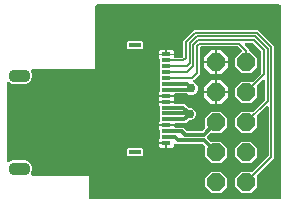
<source format=gbr>
G04 EAGLE Gerber RS-274X export*
G75*
%MOMM*%
%FSLAX34Y34*%
%LPD*%
%INTop Copper*%
%IPPOS*%
%AMOC8*
5,1,8,0,0,1.08239X$1,22.5*%
G01*
G04 Define Apertures*
%ADD10P,1.64956X8X112.5*%
%ADD11R,0.762000X0.304800*%
%ADD12R,1.041400X0.355600*%
%ADD13C,1.117600*%
%ADD14C,0.756400*%
%ADD15C,0.152400*%
%ADD16C,0.304800*%
G36*
X241410Y-64879D02*
X241911Y-64536D01*
X242238Y-64025D01*
X242340Y-63476D01*
X242340Y-55493D01*
X242384Y-55386D01*
X242500Y-54803D01*
X242500Y54803D01*
X242384Y55386D01*
X242340Y55493D01*
X242340Y64507D01*
X242384Y64614D01*
X242500Y65197D01*
X242500Y98316D01*
X242379Y98910D01*
X242036Y99411D01*
X241525Y99738D01*
X240976Y99840D01*
X86524Y99840D01*
X85930Y99719D01*
X85429Y99376D01*
X85102Y98865D01*
X85000Y98316D01*
X85000Y45074D01*
X84994Y45014D01*
X84992Y45009D01*
X84913Y45000D01*
X32009Y45000D01*
X31415Y44879D01*
X30914Y44536D01*
X30587Y44025D01*
X30486Y43427D01*
X30601Y42893D01*
X31369Y41039D01*
X31369Y38209D01*
X30286Y35595D01*
X28286Y33595D01*
X25672Y32512D01*
X22603Y32512D01*
X22460Y32540D01*
X22323Y32512D01*
X19017Y32512D01*
X18904Y32534D01*
X18796Y32512D01*
X15730Y32512D01*
X13116Y33595D01*
X12762Y33949D01*
X12256Y34284D01*
X11660Y34396D01*
X11067Y34266D01*
X10573Y33915D01*
X10254Y33399D01*
X10160Y32872D01*
X10160Y-32364D01*
X10281Y-32958D01*
X10624Y-33459D01*
X11135Y-33785D01*
X11733Y-33887D01*
X12323Y-33747D01*
X12762Y-33441D01*
X13116Y-33087D01*
X15730Y-32004D01*
X18815Y-32004D01*
X18928Y-32026D01*
X19036Y-32004D01*
X22341Y-32004D01*
X22484Y-32032D01*
X22621Y-32004D01*
X25672Y-32004D01*
X28286Y-33087D01*
X30286Y-35087D01*
X31369Y-37701D01*
X31369Y-40531D01*
X30391Y-42893D01*
X30275Y-43488D01*
X30400Y-44082D01*
X30747Y-44579D01*
X31261Y-44902D01*
X31799Y-45000D01*
X79926Y-45000D01*
X79986Y-45006D01*
X79991Y-45008D01*
X80000Y-45087D01*
X80000Y-63427D01*
X80092Y-63949D01*
X80110Y-63997D01*
X80426Y-64515D01*
X80920Y-64867D01*
X81542Y-65000D01*
X240816Y-65000D01*
X241410Y-64879D01*
G37*
%LPC*%
G36*
X208912Y-59944D02*
X203556Y-54588D01*
X203556Y-47012D01*
X208912Y-41656D01*
X216496Y-41656D01*
X216977Y-41975D01*
X217574Y-42086D01*
X218166Y-41956D01*
X218627Y-41640D01*
X231364Y-28903D01*
X231699Y-28398D01*
X231810Y-27826D01*
X231810Y12198D01*
X231689Y12792D01*
X231346Y13293D01*
X230835Y13619D01*
X230237Y13721D01*
X229647Y13581D01*
X229208Y13275D01*
X221860Y5927D01*
X221525Y5421D01*
X221414Y4825D01*
X221544Y4233D01*
X221844Y3795D01*
X221844Y-3788D01*
X216488Y-9144D01*
X208912Y-9144D01*
X203556Y-3788D01*
X203556Y3788D01*
X208912Y9144D01*
X216496Y9144D01*
X216977Y8825D01*
X217574Y8714D01*
X218166Y8844D01*
X218627Y9160D01*
X228316Y18849D01*
X228651Y19354D01*
X228762Y19926D01*
X228762Y34550D01*
X228641Y35144D01*
X228298Y35645D01*
X227787Y35971D01*
X227189Y36073D01*
X226599Y35933D01*
X226160Y35627D01*
X221860Y31327D01*
X221525Y30821D01*
X221414Y30225D01*
X221544Y29633D01*
X221844Y29195D01*
X221844Y21612D01*
X216488Y16256D01*
X208912Y16256D01*
X203556Y21612D01*
X203556Y29188D01*
X208912Y34544D01*
X216496Y34544D01*
X216977Y34225D01*
X217574Y34114D01*
X218166Y34244D01*
X218627Y34560D01*
X225268Y41201D01*
X225603Y41706D01*
X225714Y42278D01*
X225714Y59422D01*
X225593Y60016D01*
X225268Y60499D01*
X218714Y67053D01*
X218208Y67388D01*
X217636Y67499D01*
X212913Y67499D01*
X212318Y67379D01*
X211818Y67036D01*
X211491Y66525D01*
X211390Y65927D01*
X211529Y65337D01*
X211835Y64898D01*
X214986Y61747D01*
X214986Y61468D01*
X215107Y60874D01*
X215450Y60373D01*
X215961Y60046D01*
X216482Y59949D01*
X221844Y54588D01*
X221844Y47012D01*
X216488Y41656D01*
X208912Y41656D01*
X203556Y47012D01*
X203556Y54588D01*
X208540Y59572D01*
X208875Y60077D01*
X208986Y60674D01*
X208856Y61266D01*
X208540Y61727D01*
X206262Y64005D01*
X205756Y64340D01*
X205184Y64451D01*
X174858Y64451D01*
X174264Y64331D01*
X173763Y63988D01*
X173436Y63477D01*
X173334Y62927D01*
X173334Y41101D01*
X168183Y35950D01*
X167848Y35444D01*
X167736Y34848D01*
X167867Y34255D01*
X168217Y33761D01*
X168677Y33464D01*
X169296Y33207D01*
X170789Y31715D01*
X171597Y29765D01*
X171597Y27654D01*
X170789Y25704D01*
X169296Y24211D01*
X167346Y23403D01*
X165235Y23403D01*
X163006Y24327D01*
X162985Y24341D01*
X162413Y24452D01*
X152908Y24452D01*
X152314Y24331D01*
X151813Y23988D01*
X151486Y23477D01*
X151446Y23262D01*
X138684Y23262D01*
X138684Y25076D01*
X139254Y25646D01*
X139589Y26151D01*
X139700Y26723D01*
X139700Y53277D01*
X139579Y53871D01*
X139254Y54354D01*
X138684Y54924D01*
X138684Y56738D01*
X151384Y56738D01*
X151384Y56310D01*
X151505Y55716D01*
X151848Y55215D01*
X152359Y54888D01*
X152908Y54786D01*
X158023Y54786D01*
X158617Y54907D01*
X159100Y55232D01*
X159172Y55304D01*
X159507Y55809D01*
X159618Y56381D01*
X159618Y69292D01*
X168612Y78286D01*
X222947Y78286D01*
X236382Y64851D01*
X236382Y-30351D01*
X234597Y-32136D01*
X221860Y-44873D01*
X221525Y-45379D01*
X221414Y-45975D01*
X221544Y-46567D01*
X221844Y-47005D01*
X221844Y-54588D01*
X216488Y-59944D01*
X208912Y-59944D01*
G37*
G36*
X112696Y62098D02*
X111803Y62991D01*
X111803Y67809D01*
X112696Y68702D01*
X124372Y68702D01*
X125265Y67809D01*
X125265Y62991D01*
X124372Y62098D01*
X112696Y62098D01*
G37*
G36*
X145796Y58262D02*
X145796Y61564D01*
X149896Y61564D01*
X151384Y60076D01*
X151384Y58262D01*
X145796Y58262D01*
G37*
G36*
X138684Y58262D02*
X138684Y60076D01*
X140172Y61564D01*
X144272Y61564D01*
X144272Y58262D01*
X138684Y58262D01*
G37*
G36*
X177140Y51562D02*
X177140Y55008D01*
X183092Y60960D01*
X186538Y60960D01*
X186538Y51562D01*
X177140Y51562D01*
G37*
G36*
X188062Y51562D02*
X188062Y60960D01*
X191508Y60960D01*
X197460Y55008D01*
X197460Y51562D01*
X188062Y51562D01*
G37*
G36*
X188062Y40640D02*
X188062Y50038D01*
X197460Y50038D01*
X197460Y46592D01*
X191508Y40640D01*
X188062Y40640D01*
G37*
G36*
X183092Y40640D02*
X177140Y46592D01*
X177140Y50038D01*
X186538Y50038D01*
X186538Y40640D01*
X183092Y40640D01*
G37*
G36*
X177140Y26162D02*
X177140Y29608D01*
X183092Y35560D01*
X186538Y35560D01*
X186538Y26162D01*
X177140Y26162D01*
G37*
G36*
X188062Y26162D02*
X188062Y35560D01*
X191508Y35560D01*
X197460Y29608D01*
X197460Y26162D01*
X188062Y26162D01*
G37*
G36*
X188062Y15240D02*
X188062Y24638D01*
X197460Y24638D01*
X197460Y21192D01*
X191508Y15240D01*
X188062Y15240D01*
G37*
G36*
X183092Y15240D02*
X177140Y21192D01*
X177140Y24638D01*
X186538Y24638D01*
X186538Y15240D01*
X183092Y15240D01*
G37*
G36*
X138684Y18262D02*
X138684Y21738D01*
X151384Y21738D01*
X151384Y18262D01*
X138684Y18262D01*
G37*
G36*
X138684Y-1738D02*
X138684Y76D01*
X139254Y646D01*
X139589Y1151D01*
X139700Y1723D01*
X139700Y13277D01*
X139579Y13871D01*
X139254Y14354D01*
X138684Y14924D01*
X138684Y16738D01*
X151452Y16738D01*
X151505Y16478D01*
X151848Y15977D01*
X152359Y15650D01*
X152908Y15548D01*
X160763Y15548D01*
X163558Y12752D01*
X164064Y12417D01*
X164636Y12306D01*
X166055Y12306D01*
X168006Y11498D01*
X169498Y10006D01*
X170306Y8055D01*
X170306Y5945D01*
X169498Y3994D01*
X168006Y2502D01*
X166055Y1694D01*
X164636Y1694D01*
X164041Y1573D01*
X163558Y1248D01*
X161763Y-548D01*
X152908Y-548D01*
X152314Y-669D01*
X151813Y-1012D01*
X151486Y-1523D01*
X151446Y-1738D01*
X138684Y-1738D01*
G37*
G36*
X183512Y-34544D02*
X178156Y-29188D01*
X178156Y-21198D01*
X178035Y-20603D01*
X177710Y-20120D01*
X176016Y-18426D01*
X175510Y-18091D01*
X174938Y-17980D01*
X153741Y-17980D01*
X153480Y-17807D01*
X152884Y-17696D01*
X152291Y-17826D01*
X151797Y-18177D01*
X151478Y-18693D01*
X151384Y-19220D01*
X151384Y-20076D01*
X149896Y-21564D01*
X145796Y-21564D01*
X145796Y-16738D01*
X138684Y-16738D01*
X138684Y-14924D01*
X139254Y-14354D01*
X139589Y-13849D01*
X139700Y-13277D01*
X139700Y-6723D01*
X139579Y-6129D01*
X139254Y-5646D01*
X138684Y-5076D01*
X138684Y-3262D01*
X151452Y-3262D01*
X151505Y-3522D01*
X151848Y-4023D01*
X152359Y-4350D01*
X152908Y-4452D01*
X159608Y-4452D01*
X162021Y-6865D01*
X162527Y-7200D01*
X163099Y-7312D01*
X175046Y-7312D01*
X175641Y-7191D01*
X176124Y-6865D01*
X177710Y-5280D01*
X178045Y-4774D01*
X178156Y-4202D01*
X178156Y3788D01*
X183512Y9144D01*
X191088Y9144D01*
X196444Y3788D01*
X196444Y-3788D01*
X191088Y-9144D01*
X183098Y-9144D01*
X182503Y-9265D01*
X182020Y-9590D01*
X179988Y-11622D01*
X179653Y-12128D01*
X179542Y-12724D01*
X179672Y-13317D01*
X179988Y-13778D01*
X182020Y-15810D01*
X182526Y-16145D01*
X183098Y-16256D01*
X191088Y-16256D01*
X196444Y-21612D01*
X196444Y-29188D01*
X191088Y-34544D01*
X183512Y-34544D01*
G37*
G36*
X208912Y-34544D02*
X203556Y-29188D01*
X203556Y-21612D01*
X208912Y-16256D01*
X216488Y-16256D01*
X221844Y-21612D01*
X221844Y-29188D01*
X216488Y-34544D01*
X208912Y-34544D01*
G37*
G36*
X140172Y-21564D02*
X138684Y-20076D01*
X138684Y-18262D01*
X144272Y-18262D01*
X144272Y-21564D01*
X140172Y-21564D01*
G37*
G36*
X112696Y-28702D02*
X111803Y-27809D01*
X111803Y-22991D01*
X112696Y-22098D01*
X124372Y-22098D01*
X125265Y-22991D01*
X125265Y-27809D01*
X124372Y-28702D01*
X112696Y-28702D01*
G37*
G36*
X183512Y-59944D02*
X178156Y-54588D01*
X178156Y-47012D01*
X183512Y-41656D01*
X191088Y-41656D01*
X196444Y-47012D01*
X196444Y-54588D01*
X191088Y-59944D01*
X183512Y-59944D01*
G37*
%LPD*%
D10*
X212700Y-50800D03*
X187300Y-50800D03*
X212700Y-25400D03*
X187300Y-25400D03*
X212700Y0D03*
X187300Y0D03*
X212700Y25400D03*
X187300Y25400D03*
X212700Y50800D03*
X187300Y50800D03*
D11*
X145034Y57500D03*
X145034Y52500D03*
X145034Y47500D03*
X145034Y42500D03*
X145034Y37500D03*
X145034Y32500D03*
X145034Y27500D03*
X145034Y22500D03*
X145034Y17500D03*
X145034Y12500D03*
X145034Y7500D03*
X145034Y2500D03*
X145034Y-2500D03*
X145034Y-7500D03*
X145034Y-12500D03*
X145034Y-17500D03*
D12*
X118534Y65400D03*
X118534Y-25400D03*
D13*
X24257Y-39116D03*
X17145Y-39116D03*
X24257Y39624D03*
X17145Y39624D03*
X20687Y-39116D03*
X20687Y39624D03*
D14*
X100000Y90000D03*
X100000Y50000D03*
X100000Y70000D03*
X180000Y90000D03*
X160000Y90000D03*
X140000Y90000D03*
X120000Y90000D03*
X100000Y30000D03*
X200000Y90000D03*
X220000Y90000D03*
X100000Y-50000D03*
X160000Y-30000D03*
D15*
X234096Y63904D02*
X222000Y76000D01*
X234096Y63904D02*
X234096Y-29404D01*
X212700Y-50800D01*
X159601Y52500D02*
X145034Y52500D01*
X159601Y52500D02*
X161904Y54803D01*
X161904Y68345D01*
X169559Y76000D01*
X222000Y76000D01*
X220359Y72952D02*
X231048Y62263D01*
X231048Y18348D01*
X212700Y0D01*
X162601Y47500D02*
X145034Y47500D01*
X162601Y47500D02*
X164952Y49851D01*
X164952Y67082D01*
X170822Y72952D01*
X220359Y72952D01*
X228000Y61000D02*
X228000Y40700D01*
X212700Y25400D01*
X228000Y61000D02*
X219215Y69785D01*
X162601Y42500D02*
X145034Y42500D01*
X162601Y42500D02*
X168000Y47899D01*
X168000Y65820D01*
X171966Y69785D01*
X219215Y69785D01*
X212700Y60800D02*
X212700Y50800D01*
X212700Y60800D02*
X206763Y66737D01*
X171048Y64557D02*
X171048Y42048D01*
X171048Y64557D02*
X173228Y66737D01*
X206763Y66737D01*
X171048Y42048D02*
X166500Y37500D01*
X145034Y37500D01*
D14*
X166291Y28709D03*
D16*
X162500Y32500D02*
X145034Y32500D01*
X162500Y32500D02*
X166291Y28709D01*
X165082Y27500D02*
X145034Y27500D01*
X165082Y27500D02*
X166291Y28709D01*
D14*
X165000Y7000D03*
D16*
X164500Y7500D02*
X145034Y7500D01*
X164500Y7500D02*
X165000Y7000D01*
X159500Y12500D02*
X145034Y12500D01*
X159500Y12500D02*
X165000Y7000D01*
X160500Y2500D02*
X145034Y2500D01*
X160500Y2500D02*
X165000Y7000D01*
X176940Y-10360D02*
X187300Y0D01*
X176940Y-10360D02*
X161205Y-10360D01*
X158345Y-7500D01*
X145034Y-7500D01*
X176832Y-14932D02*
X187300Y-25400D01*
X176832Y-14932D02*
X155086Y-14932D01*
X152654Y-12500D01*
X145034Y-12500D01*
M02*

</source>
